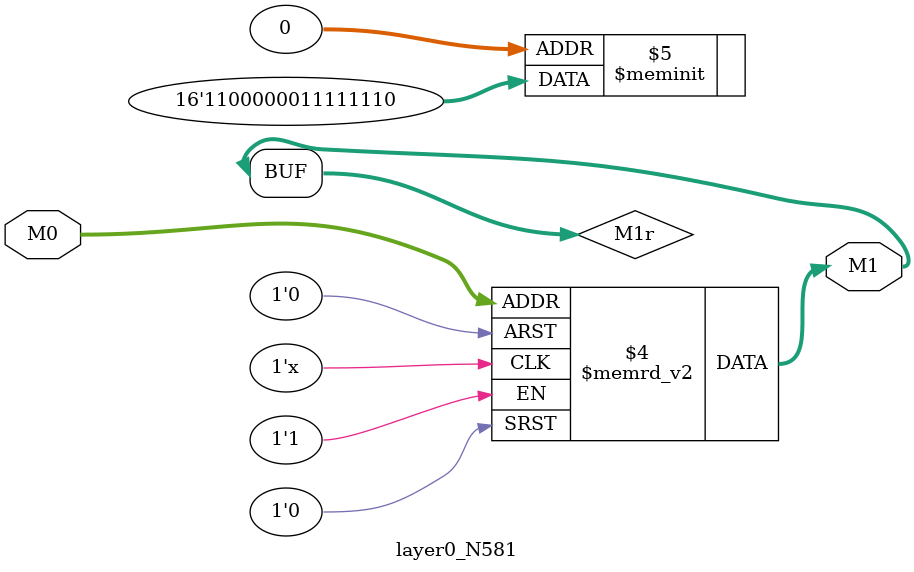
<source format=v>
module layer0_N581 ( input [2:0] M0, output [1:0] M1 );

	(*rom_style = "distributed" *) reg [1:0] M1r;
	assign M1 = M1r;
	always @ (M0) begin
		case (M0)
			3'b000: M1r = 2'b10;
			3'b100: M1r = 2'b00;
			3'b010: M1r = 2'b11;
			3'b110: M1r = 2'b00;
			3'b001: M1r = 2'b11;
			3'b101: M1r = 2'b00;
			3'b011: M1r = 2'b11;
			3'b111: M1r = 2'b11;

		endcase
	end
endmodule

</source>
